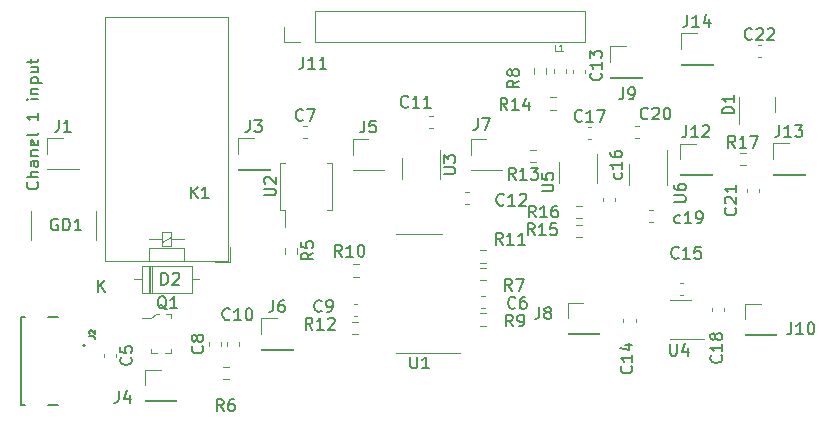
<source format=gto>
%TF.GenerationSoftware,KiCad,Pcbnew,(6.0.7)*%
%TF.CreationDate,2023-02-28T16:34:10-05:00*%
%TF.ProjectId,Front_EndDesign3,46726f6e-745f-4456-9e64-44657369676e,rev?*%
%TF.SameCoordinates,Original*%
%TF.FileFunction,Legend,Top*%
%TF.FilePolarity,Positive*%
%FSLAX46Y46*%
G04 Gerber Fmt 4.6, Leading zero omitted, Abs format (unit mm)*
G04 Created by KiCad (PCBNEW (6.0.7)) date 2023-02-28 16:34:10*
%MOMM*%
%LPD*%
G01*
G04 APERTURE LIST*
%ADD10C,0.150000*%
%ADD11C,0.125000*%
%ADD12C,0.128120*%
%ADD13C,0.120000*%
%ADD14C,0.100000*%
%ADD15C,0.127000*%
%ADD16C,0.200000*%
G04 APERTURE END LIST*
D10*
%TO.C,C12*%
X96757142Y-79257142D02*
X96709523Y-79304761D01*
X96566666Y-79352380D01*
X96471428Y-79352380D01*
X96328571Y-79304761D01*
X96233333Y-79209523D01*
X96185714Y-79114285D01*
X96138095Y-78923809D01*
X96138095Y-78780952D01*
X96185714Y-78590476D01*
X96233333Y-78495238D01*
X96328571Y-78400000D01*
X96471428Y-78352380D01*
X96566666Y-78352380D01*
X96709523Y-78400000D01*
X96757142Y-78447619D01*
X97709523Y-79352380D02*
X97138095Y-79352380D01*
X97423809Y-79352380D02*
X97423809Y-78352380D01*
X97328571Y-78495238D01*
X97233333Y-78590476D01*
X97138095Y-78638095D01*
X98090476Y-78447619D02*
X98138095Y-78400000D01*
X98233333Y-78352380D01*
X98471428Y-78352380D01*
X98566666Y-78400000D01*
X98614285Y-78447619D01*
X98661904Y-78542857D01*
X98661904Y-78638095D01*
X98614285Y-78780952D01*
X98042857Y-79352380D01*
X98661904Y-79352380D01*
%TO.C,U2*%
X76462380Y-78485904D02*
X77271904Y-78485904D01*
X77367142Y-78438285D01*
X77414761Y-78390666D01*
X77462380Y-78295428D01*
X77462380Y-78104952D01*
X77414761Y-78009714D01*
X77367142Y-77962095D01*
X77271904Y-77914476D01*
X76462380Y-77914476D01*
X76557619Y-77485904D02*
X76510000Y-77438285D01*
X76462380Y-77343047D01*
X76462380Y-77104952D01*
X76510000Y-77009714D01*
X76557619Y-76962095D01*
X76652857Y-76914476D01*
X76748095Y-76914476D01*
X76890952Y-76962095D01*
X77462380Y-77533523D01*
X77462380Y-76914476D01*
%TO.C,R7*%
X97433333Y-86552380D02*
X97100000Y-86076190D01*
X96861904Y-86552380D02*
X96861904Y-85552380D01*
X97242857Y-85552380D01*
X97338095Y-85600000D01*
X97385714Y-85647619D01*
X97433333Y-85742857D01*
X97433333Y-85885714D01*
X97385714Y-85980952D01*
X97338095Y-86028571D01*
X97242857Y-86076190D01*
X96861904Y-86076190D01*
X97766666Y-85552380D02*
X98433333Y-85552380D01*
X98004761Y-86552380D01*
%TO.C,C10*%
X73557142Y-88957142D02*
X73509523Y-89004761D01*
X73366666Y-89052380D01*
X73271428Y-89052380D01*
X73128571Y-89004761D01*
X73033333Y-88909523D01*
X72985714Y-88814285D01*
X72938095Y-88623809D01*
X72938095Y-88480952D01*
X72985714Y-88290476D01*
X73033333Y-88195238D01*
X73128571Y-88100000D01*
X73271428Y-88052380D01*
X73366666Y-88052380D01*
X73509523Y-88100000D01*
X73557142Y-88147619D01*
X74509523Y-89052380D02*
X73938095Y-89052380D01*
X74223809Y-89052380D02*
X74223809Y-88052380D01*
X74128571Y-88195238D01*
X74033333Y-88290476D01*
X73938095Y-88338095D01*
X75128571Y-88052380D02*
X75223809Y-88052380D01*
X75319047Y-88100000D01*
X75366666Y-88147619D01*
X75414285Y-88242857D01*
X75461904Y-88433333D01*
X75461904Y-88671428D01*
X75414285Y-88861904D01*
X75366666Y-88957142D01*
X75319047Y-89004761D01*
X75223809Y-89052380D01*
X75128571Y-89052380D01*
X75033333Y-89004761D01*
X74985714Y-88957142D01*
X74938095Y-88861904D01*
X74890476Y-88671428D01*
X74890476Y-88433333D01*
X74938095Y-88242857D01*
X74985714Y-88147619D01*
X75033333Y-88100000D01*
X75128571Y-88052380D01*
%TO.C,J7*%
X94566666Y-71952380D02*
X94566666Y-72666666D01*
X94519047Y-72809523D01*
X94423809Y-72904761D01*
X94280952Y-72952380D01*
X94185714Y-72952380D01*
X94947619Y-71952380D02*
X95614285Y-71952380D01*
X95185714Y-72952380D01*
%TO.C,R13*%
X97757142Y-77152380D02*
X97423809Y-76676190D01*
X97185714Y-77152380D02*
X97185714Y-76152380D01*
X97566666Y-76152380D01*
X97661904Y-76200000D01*
X97709523Y-76247619D01*
X97757142Y-76342857D01*
X97757142Y-76485714D01*
X97709523Y-76580952D01*
X97661904Y-76628571D01*
X97566666Y-76676190D01*
X97185714Y-76676190D01*
X98709523Y-77152380D02*
X98138095Y-77152380D01*
X98423809Y-77152380D02*
X98423809Y-76152380D01*
X98328571Y-76295238D01*
X98233333Y-76390476D01*
X98138095Y-76438095D01*
X99042857Y-76152380D02*
X99661904Y-76152380D01*
X99328571Y-76533333D01*
X99471428Y-76533333D01*
X99566666Y-76580952D01*
X99614285Y-76628571D01*
X99661904Y-76723809D01*
X99661904Y-76961904D01*
X99614285Y-77057142D01*
X99566666Y-77104761D01*
X99471428Y-77152380D01*
X99185714Y-77152380D01*
X99090476Y-77104761D01*
X99042857Y-77057142D01*
%TO.C,U6*%
X111152380Y-79061904D02*
X111961904Y-79061904D01*
X112057142Y-79014285D01*
X112104761Y-78966666D01*
X112152380Y-78871428D01*
X112152380Y-78680952D01*
X112104761Y-78585714D01*
X112057142Y-78538095D01*
X111961904Y-78490476D01*
X111152380Y-78490476D01*
X111152380Y-77585714D02*
X111152380Y-77776190D01*
X111200000Y-77871428D01*
X111247619Y-77919047D01*
X111390476Y-78014285D01*
X111580952Y-78061904D01*
X111961904Y-78061904D01*
X112057142Y-78014285D01*
X112104761Y-77966666D01*
X112152380Y-77871428D01*
X112152380Y-77680952D01*
X112104761Y-77585714D01*
X112057142Y-77538095D01*
X111961904Y-77490476D01*
X111723809Y-77490476D01*
X111628571Y-77538095D01*
X111580952Y-77585714D01*
X111533333Y-77680952D01*
X111533333Y-77871428D01*
X111580952Y-77966666D01*
X111628571Y-78014285D01*
X111723809Y-78061904D01*
%TO.C,C15*%
X111557142Y-83757142D02*
X111509523Y-83804761D01*
X111366666Y-83852380D01*
X111271428Y-83852380D01*
X111128571Y-83804761D01*
X111033333Y-83709523D01*
X110985714Y-83614285D01*
X110938095Y-83423809D01*
X110938095Y-83280952D01*
X110985714Y-83090476D01*
X111033333Y-82995238D01*
X111128571Y-82900000D01*
X111271428Y-82852380D01*
X111366666Y-82852380D01*
X111509523Y-82900000D01*
X111557142Y-82947619D01*
X112509523Y-83852380D02*
X111938095Y-83852380D01*
X112223809Y-83852380D02*
X112223809Y-82852380D01*
X112128571Y-82995238D01*
X112033333Y-83090476D01*
X111938095Y-83138095D01*
X113414285Y-82852380D02*
X112938095Y-82852380D01*
X112890476Y-83328571D01*
X112938095Y-83280952D01*
X113033333Y-83233333D01*
X113271428Y-83233333D01*
X113366666Y-83280952D01*
X113414285Y-83328571D01*
X113461904Y-83423809D01*
X113461904Y-83661904D01*
X113414285Y-83757142D01*
X113366666Y-83804761D01*
X113271428Y-83852380D01*
X113033333Y-83852380D01*
X112938095Y-83804761D01*
X112890476Y-83757142D01*
%TO.C,J4*%
X64166666Y-95052380D02*
X64166666Y-95766666D01*
X64119047Y-95909523D01*
X64023809Y-96004761D01*
X63880952Y-96052380D01*
X63785714Y-96052380D01*
X65071428Y-95385714D02*
X65071428Y-96052380D01*
X64833333Y-95004761D02*
X64595238Y-95719047D01*
X65214285Y-95719047D01*
%TO.C,GD1*%
X58985714Y-80500000D02*
X58890476Y-80452380D01*
X58747619Y-80452380D01*
X58604761Y-80500000D01*
X58509523Y-80595238D01*
X58461904Y-80690476D01*
X58414285Y-80880952D01*
X58414285Y-81023809D01*
X58461904Y-81214285D01*
X58509523Y-81309523D01*
X58604761Y-81404761D01*
X58747619Y-81452380D01*
X58842857Y-81452380D01*
X58985714Y-81404761D01*
X59033333Y-81357142D01*
X59033333Y-81023809D01*
X58842857Y-81023809D01*
X59461904Y-81452380D02*
X59461904Y-80452380D01*
X59700000Y-80452380D01*
X59842857Y-80500000D01*
X59938095Y-80595238D01*
X59985714Y-80690476D01*
X60033333Y-80880952D01*
X60033333Y-81023809D01*
X59985714Y-81214285D01*
X59938095Y-81309523D01*
X59842857Y-81404761D01*
X59700000Y-81452380D01*
X59461904Y-81452380D01*
X60985714Y-81452380D02*
X60414285Y-81452380D01*
X60700000Y-81452380D02*
X60700000Y-80452380D01*
X60604761Y-80595238D01*
X60509523Y-80690476D01*
X60414285Y-80738095D01*
%TO.C,J8*%
X99766666Y-87952380D02*
X99766666Y-88666666D01*
X99719047Y-88809523D01*
X99623809Y-88904761D01*
X99480952Y-88952380D01*
X99385714Y-88952380D01*
X100385714Y-88380952D02*
X100290476Y-88333333D01*
X100242857Y-88285714D01*
X100195238Y-88190476D01*
X100195238Y-88142857D01*
X100242857Y-88047619D01*
X100290476Y-88000000D01*
X100385714Y-87952380D01*
X100576190Y-87952380D01*
X100671428Y-88000000D01*
X100719047Y-88047619D01*
X100766666Y-88142857D01*
X100766666Y-88190476D01*
X100719047Y-88285714D01*
X100671428Y-88333333D01*
X100576190Y-88380952D01*
X100385714Y-88380952D01*
X100290476Y-88428571D01*
X100242857Y-88476190D01*
X100195238Y-88571428D01*
X100195238Y-88761904D01*
X100242857Y-88857142D01*
X100290476Y-88904761D01*
X100385714Y-88952380D01*
X100576190Y-88952380D01*
X100671428Y-88904761D01*
X100719047Y-88857142D01*
X100766666Y-88761904D01*
X100766666Y-88571428D01*
X100719047Y-88476190D01*
X100671428Y-88428571D01*
X100576190Y-88380952D01*
%TO.C,c16*%
X106704761Y-76614285D02*
X106752380Y-76709523D01*
X106752380Y-76900000D01*
X106704761Y-76995238D01*
X106657142Y-77042857D01*
X106561904Y-77090476D01*
X106276190Y-77090476D01*
X106180952Y-77042857D01*
X106133333Y-76995238D01*
X106085714Y-76900000D01*
X106085714Y-76709523D01*
X106133333Y-76614285D01*
X106752380Y-75661904D02*
X106752380Y-76233333D01*
X106752380Y-75947619D02*
X105752380Y-75947619D01*
X105895238Y-76042857D01*
X105990476Y-76138095D01*
X106038095Y-76233333D01*
X105752380Y-74804761D02*
X105752380Y-74995238D01*
X105800000Y-75090476D01*
X105847619Y-75138095D01*
X105990476Y-75233333D01*
X106180952Y-75280952D01*
X106561904Y-75280952D01*
X106657142Y-75233333D01*
X106704761Y-75185714D01*
X106752380Y-75090476D01*
X106752380Y-74900000D01*
X106704761Y-74804761D01*
X106657142Y-74757142D01*
X106561904Y-74709523D01*
X106323809Y-74709523D01*
X106228571Y-74757142D01*
X106180952Y-74804761D01*
X106133333Y-74900000D01*
X106133333Y-75090476D01*
X106180952Y-75185714D01*
X106228571Y-75233333D01*
X106323809Y-75280952D01*
%TO.C,R17*%
X116347642Y-74442380D02*
X116014309Y-73966190D01*
X115776214Y-74442380D02*
X115776214Y-73442380D01*
X116157166Y-73442380D01*
X116252404Y-73490000D01*
X116300023Y-73537619D01*
X116347642Y-73632857D01*
X116347642Y-73775714D01*
X116300023Y-73870952D01*
X116252404Y-73918571D01*
X116157166Y-73966190D01*
X115776214Y-73966190D01*
X117300023Y-74442380D02*
X116728595Y-74442380D01*
X117014309Y-74442380D02*
X117014309Y-73442380D01*
X116919071Y-73585238D01*
X116823833Y-73680476D01*
X116728595Y-73728095D01*
X117633357Y-73442380D02*
X118300023Y-73442380D01*
X117871452Y-74442380D01*
%TO.C,C7*%
X79742833Y-72079142D02*
X79695214Y-72126761D01*
X79552357Y-72174380D01*
X79457119Y-72174380D01*
X79314261Y-72126761D01*
X79219023Y-72031523D01*
X79171404Y-71936285D01*
X79123785Y-71745809D01*
X79123785Y-71602952D01*
X79171404Y-71412476D01*
X79219023Y-71317238D01*
X79314261Y-71222000D01*
X79457119Y-71174380D01*
X79552357Y-71174380D01*
X79695214Y-71222000D01*
X79742833Y-71269619D01*
X80076166Y-71174380D02*
X80742833Y-71174380D01*
X80314261Y-72174380D01*
%TO.C,R16*%
X99457142Y-80352380D02*
X99123809Y-79876190D01*
X98885714Y-80352380D02*
X98885714Y-79352380D01*
X99266666Y-79352380D01*
X99361904Y-79400000D01*
X99409523Y-79447619D01*
X99457142Y-79542857D01*
X99457142Y-79685714D01*
X99409523Y-79780952D01*
X99361904Y-79828571D01*
X99266666Y-79876190D01*
X98885714Y-79876190D01*
X100409523Y-80352380D02*
X99838095Y-80352380D01*
X100123809Y-80352380D02*
X100123809Y-79352380D01*
X100028571Y-79495238D01*
X99933333Y-79590476D01*
X99838095Y-79638095D01*
X101266666Y-79352380D02*
X101076190Y-79352380D01*
X100980952Y-79400000D01*
X100933333Y-79447619D01*
X100838095Y-79590476D01*
X100790476Y-79780952D01*
X100790476Y-80161904D01*
X100838095Y-80257142D01*
X100885714Y-80304761D01*
X100980952Y-80352380D01*
X101171428Y-80352380D01*
X101266666Y-80304761D01*
X101314285Y-80257142D01*
X101361904Y-80161904D01*
X101361904Y-79923809D01*
X101314285Y-79828571D01*
X101266666Y-79780952D01*
X101171428Y-79733333D01*
X100980952Y-79733333D01*
X100885714Y-79780952D01*
X100838095Y-79828571D01*
X100790476Y-79923809D01*
%TO.C,U4*%
X110838095Y-91052380D02*
X110838095Y-91861904D01*
X110885714Y-91957142D01*
X110933333Y-92004761D01*
X111028571Y-92052380D01*
X111219047Y-92052380D01*
X111314285Y-92004761D01*
X111361904Y-91957142D01*
X111409523Y-91861904D01*
X111409523Y-91052380D01*
X112314285Y-91385714D02*
X112314285Y-92052380D01*
X112076190Y-91004761D02*
X111838095Y-91719047D01*
X112457142Y-91719047D01*
%TO.C,C11*%
X88657142Y-70957142D02*
X88609523Y-71004761D01*
X88466666Y-71052380D01*
X88371428Y-71052380D01*
X88228571Y-71004761D01*
X88133333Y-70909523D01*
X88085714Y-70814285D01*
X88038095Y-70623809D01*
X88038095Y-70480952D01*
X88085714Y-70290476D01*
X88133333Y-70195238D01*
X88228571Y-70100000D01*
X88371428Y-70052380D01*
X88466666Y-70052380D01*
X88609523Y-70100000D01*
X88657142Y-70147619D01*
X89609523Y-71052380D02*
X89038095Y-71052380D01*
X89323809Y-71052380D02*
X89323809Y-70052380D01*
X89228571Y-70195238D01*
X89133333Y-70290476D01*
X89038095Y-70338095D01*
X90561904Y-71052380D02*
X89990476Y-71052380D01*
X90276190Y-71052380D02*
X90276190Y-70052380D01*
X90180952Y-70195238D01*
X90085714Y-70290476D01*
X89990476Y-70338095D01*
%TO.C,D1*%
X116252380Y-71538095D02*
X115252380Y-71538095D01*
X115252380Y-71300000D01*
X115300000Y-71157142D01*
X115395238Y-71061904D01*
X115490476Y-71014285D01*
X115680952Y-70966666D01*
X115823809Y-70966666D01*
X116014285Y-71014285D01*
X116109523Y-71061904D01*
X116204761Y-71157142D01*
X116252380Y-71300000D01*
X116252380Y-71538095D01*
X116252380Y-70014285D02*
X116252380Y-70585714D01*
X116252380Y-70300000D02*
X115252380Y-70300000D01*
X115395238Y-70395238D01*
X115490476Y-70490476D01*
X115538095Y-70585714D01*
%TO.C,K1*%
X70261904Y-78752380D02*
X70261904Y-77752380D01*
X70833333Y-78752380D02*
X70404761Y-78180952D01*
X70833333Y-77752380D02*
X70261904Y-78323809D01*
X71785714Y-78752380D02*
X71214285Y-78752380D01*
X71500000Y-78752380D02*
X71500000Y-77752380D01*
X71404761Y-77895238D01*
X71309523Y-77990476D01*
X71214285Y-78038095D01*
%TO.C,D2*%
X67761904Y-86052380D02*
X67761904Y-85052380D01*
X68000000Y-85052380D01*
X68142857Y-85100000D01*
X68238095Y-85195238D01*
X68285714Y-85290476D01*
X68333333Y-85480952D01*
X68333333Y-85623809D01*
X68285714Y-85814285D01*
X68238095Y-85909523D01*
X68142857Y-86004761D01*
X68000000Y-86052380D01*
X67761904Y-86052380D01*
X68714285Y-85147619D02*
X68761904Y-85100000D01*
X68857142Y-85052380D01*
X69095238Y-85052380D01*
X69190476Y-85100000D01*
X69238095Y-85147619D01*
X69285714Y-85242857D01*
X69285714Y-85338095D01*
X69238095Y-85480952D01*
X68666666Y-86052380D01*
X69285714Y-86052380D01*
X62438095Y-86652380D02*
X62438095Y-85652380D01*
X63009523Y-86652380D02*
X62580952Y-86080952D01*
X63009523Y-85652380D02*
X62438095Y-86223809D01*
%TO.C,C22*%
X117757142Y-65227142D02*
X117709523Y-65274761D01*
X117566666Y-65322380D01*
X117471428Y-65322380D01*
X117328571Y-65274761D01*
X117233333Y-65179523D01*
X117185714Y-65084285D01*
X117138095Y-64893809D01*
X117138095Y-64750952D01*
X117185714Y-64560476D01*
X117233333Y-64465238D01*
X117328571Y-64370000D01*
X117471428Y-64322380D01*
X117566666Y-64322380D01*
X117709523Y-64370000D01*
X117757142Y-64417619D01*
X118138095Y-64417619D02*
X118185714Y-64370000D01*
X118280952Y-64322380D01*
X118519047Y-64322380D01*
X118614285Y-64370000D01*
X118661904Y-64417619D01*
X118709523Y-64512857D01*
X118709523Y-64608095D01*
X118661904Y-64750952D01*
X118090476Y-65322380D01*
X118709523Y-65322380D01*
X119090476Y-64417619D02*
X119138095Y-64370000D01*
X119233333Y-64322380D01*
X119471428Y-64322380D01*
X119566666Y-64370000D01*
X119614285Y-64417619D01*
X119661904Y-64512857D01*
X119661904Y-64608095D01*
X119614285Y-64750952D01*
X119042857Y-65322380D01*
X119661904Y-65322380D01*
%TO.C,C14*%
X107557142Y-92942857D02*
X107604761Y-92990476D01*
X107652380Y-93133333D01*
X107652380Y-93228571D01*
X107604761Y-93371428D01*
X107509523Y-93466666D01*
X107414285Y-93514285D01*
X107223809Y-93561904D01*
X107080952Y-93561904D01*
X106890476Y-93514285D01*
X106795238Y-93466666D01*
X106700000Y-93371428D01*
X106652380Y-93228571D01*
X106652380Y-93133333D01*
X106700000Y-92990476D01*
X106747619Y-92942857D01*
X107652380Y-91990476D02*
X107652380Y-92561904D01*
X107652380Y-92276190D02*
X106652380Y-92276190D01*
X106795238Y-92371428D01*
X106890476Y-92466666D01*
X106938095Y-92561904D01*
X106985714Y-91133333D02*
X107652380Y-91133333D01*
X106604761Y-91371428D02*
X107319047Y-91609523D01*
X107319047Y-90990476D01*
%TO.C,C21*%
X116357142Y-79542857D02*
X116404761Y-79590476D01*
X116452380Y-79733333D01*
X116452380Y-79828571D01*
X116404761Y-79971428D01*
X116309523Y-80066666D01*
X116214285Y-80114285D01*
X116023809Y-80161904D01*
X115880952Y-80161904D01*
X115690476Y-80114285D01*
X115595238Y-80066666D01*
X115500000Y-79971428D01*
X115452380Y-79828571D01*
X115452380Y-79733333D01*
X115500000Y-79590476D01*
X115547619Y-79542857D01*
X115547619Y-79161904D02*
X115500000Y-79114285D01*
X115452380Y-79019047D01*
X115452380Y-78780952D01*
X115500000Y-78685714D01*
X115547619Y-78638095D01*
X115642857Y-78590476D01*
X115738095Y-78590476D01*
X115880952Y-78638095D01*
X116452380Y-79209523D01*
X116452380Y-78590476D01*
X116452380Y-77638095D02*
X116452380Y-78209523D01*
X116452380Y-77923809D02*
X115452380Y-77923809D01*
X115595238Y-78019047D01*
X115690476Y-78114285D01*
X115738095Y-78209523D01*
%TO.C,C18*%
X115157142Y-92042857D02*
X115204761Y-92090476D01*
X115252380Y-92233333D01*
X115252380Y-92328571D01*
X115204761Y-92471428D01*
X115109523Y-92566666D01*
X115014285Y-92614285D01*
X114823809Y-92661904D01*
X114680952Y-92661904D01*
X114490476Y-92614285D01*
X114395238Y-92566666D01*
X114300000Y-92471428D01*
X114252380Y-92328571D01*
X114252380Y-92233333D01*
X114300000Y-92090476D01*
X114347619Y-92042857D01*
X115252380Y-91090476D02*
X115252380Y-91661904D01*
X115252380Y-91376190D02*
X114252380Y-91376190D01*
X114395238Y-91471428D01*
X114490476Y-91566666D01*
X114538095Y-91661904D01*
X114680952Y-90519047D02*
X114633333Y-90614285D01*
X114585714Y-90661904D01*
X114490476Y-90709523D01*
X114442857Y-90709523D01*
X114347619Y-90661904D01*
X114300000Y-90614285D01*
X114252380Y-90519047D01*
X114252380Y-90328571D01*
X114300000Y-90233333D01*
X114347619Y-90185714D01*
X114442857Y-90138095D01*
X114490476Y-90138095D01*
X114585714Y-90185714D01*
X114633333Y-90233333D01*
X114680952Y-90328571D01*
X114680952Y-90519047D01*
X114728571Y-90614285D01*
X114776190Y-90661904D01*
X114871428Y-90709523D01*
X115061904Y-90709523D01*
X115157142Y-90661904D01*
X115204761Y-90614285D01*
X115252380Y-90519047D01*
X115252380Y-90328571D01*
X115204761Y-90233333D01*
X115157142Y-90185714D01*
X115061904Y-90138095D01*
X114871428Y-90138095D01*
X114776190Y-90185714D01*
X114728571Y-90233333D01*
X114680952Y-90328571D01*
%TO.C,C5*%
X65184142Y-92212666D02*
X65231761Y-92260285D01*
X65279380Y-92403142D01*
X65279380Y-92498380D01*
X65231761Y-92641238D01*
X65136523Y-92736476D01*
X65041285Y-92784095D01*
X64850809Y-92831714D01*
X64707952Y-92831714D01*
X64517476Y-92784095D01*
X64422238Y-92736476D01*
X64327000Y-92641238D01*
X64279380Y-92498380D01*
X64279380Y-92403142D01*
X64327000Y-92260285D01*
X64374619Y-92212666D01*
X64279380Y-91307904D02*
X64279380Y-91784095D01*
X64755571Y-91831714D01*
X64707952Y-91784095D01*
X64660333Y-91688857D01*
X64660333Y-91450761D01*
X64707952Y-91355523D01*
X64755571Y-91307904D01*
X64850809Y-91260285D01*
X65088904Y-91260285D01*
X65184142Y-91307904D01*
X65231761Y-91355523D01*
X65279380Y-91450761D01*
X65279380Y-91688857D01*
X65231761Y-91784095D01*
X65184142Y-91831714D01*
%TO.C,C13*%
X104957142Y-68142857D02*
X105004761Y-68190476D01*
X105052380Y-68333333D01*
X105052380Y-68428571D01*
X105004761Y-68571428D01*
X104909523Y-68666666D01*
X104814285Y-68714285D01*
X104623809Y-68761904D01*
X104480952Y-68761904D01*
X104290476Y-68714285D01*
X104195238Y-68666666D01*
X104100000Y-68571428D01*
X104052380Y-68428571D01*
X104052380Y-68333333D01*
X104100000Y-68190476D01*
X104147619Y-68142857D01*
X105052380Y-67190476D02*
X105052380Y-67761904D01*
X105052380Y-67476190D02*
X104052380Y-67476190D01*
X104195238Y-67571428D01*
X104290476Y-67666666D01*
X104338095Y-67761904D01*
X104052380Y-66857142D02*
X104052380Y-66238095D01*
X104433333Y-66571428D01*
X104433333Y-66428571D01*
X104480952Y-66333333D01*
X104528571Y-66285714D01*
X104623809Y-66238095D01*
X104861904Y-66238095D01*
X104957142Y-66285714D01*
X105004761Y-66333333D01*
X105052380Y-66428571D01*
X105052380Y-66714285D01*
X105004761Y-66809523D01*
X104957142Y-66857142D01*
%TO.C,R6*%
X73033333Y-96752380D02*
X72700000Y-96276190D01*
X72461904Y-96752380D02*
X72461904Y-95752380D01*
X72842857Y-95752380D01*
X72938095Y-95800000D01*
X72985714Y-95847619D01*
X73033333Y-95942857D01*
X73033333Y-96085714D01*
X72985714Y-96180952D01*
X72938095Y-96228571D01*
X72842857Y-96276190D01*
X72461904Y-96276190D01*
X73890476Y-95752380D02*
X73700000Y-95752380D01*
X73604761Y-95800000D01*
X73557142Y-95847619D01*
X73461904Y-95990476D01*
X73414285Y-96180952D01*
X73414285Y-96561904D01*
X73461904Y-96657142D01*
X73509523Y-96704761D01*
X73604761Y-96752380D01*
X73795238Y-96752380D01*
X73890476Y-96704761D01*
X73938095Y-96657142D01*
X73985714Y-96561904D01*
X73985714Y-96323809D01*
X73938095Y-96228571D01*
X73890476Y-96180952D01*
X73795238Y-96133333D01*
X73604761Y-96133333D01*
X73509523Y-96180952D01*
X73461904Y-96228571D01*
X73414285Y-96323809D01*
%TO.C,J12*%
X112220476Y-72560380D02*
X112220476Y-73274666D01*
X112172857Y-73417523D01*
X112077619Y-73512761D01*
X111934761Y-73560380D01*
X111839523Y-73560380D01*
X113220476Y-73560380D02*
X112649047Y-73560380D01*
X112934761Y-73560380D02*
X112934761Y-72560380D01*
X112839523Y-72703238D01*
X112744285Y-72798476D01*
X112649047Y-72846095D01*
X113601428Y-72655619D02*
X113649047Y-72608000D01*
X113744285Y-72560380D01*
X113982380Y-72560380D01*
X114077619Y-72608000D01*
X114125238Y-72655619D01*
X114172857Y-72750857D01*
X114172857Y-72846095D01*
X114125238Y-72988952D01*
X113553809Y-73560380D01*
X114172857Y-73560380D01*
%TO.C,R8*%
X98052380Y-68766666D02*
X97576190Y-69100000D01*
X98052380Y-69338095D02*
X97052380Y-69338095D01*
X97052380Y-68957142D01*
X97100000Y-68861904D01*
X97147619Y-68814285D01*
X97242857Y-68766666D01*
X97385714Y-68766666D01*
X97480952Y-68814285D01*
X97528571Y-68861904D01*
X97576190Y-68957142D01*
X97576190Y-69338095D01*
X97480952Y-68195238D02*
X97433333Y-68290476D01*
X97385714Y-68338095D01*
X97290476Y-68385714D01*
X97242857Y-68385714D01*
X97147619Y-68338095D01*
X97100000Y-68290476D01*
X97052380Y-68195238D01*
X97052380Y-68004761D01*
X97100000Y-67909523D01*
X97147619Y-67861904D01*
X97242857Y-67814285D01*
X97290476Y-67814285D01*
X97385714Y-67861904D01*
X97433333Y-67909523D01*
X97480952Y-68004761D01*
X97480952Y-68195238D01*
X97528571Y-68290476D01*
X97576190Y-68338095D01*
X97671428Y-68385714D01*
X97861904Y-68385714D01*
X97957142Y-68338095D01*
X98004761Y-68290476D01*
X98052380Y-68195238D01*
X98052380Y-68004761D01*
X98004761Y-67909523D01*
X97957142Y-67861904D01*
X97861904Y-67814285D01*
X97671428Y-67814285D01*
X97576190Y-67861904D01*
X97528571Y-67909523D01*
X97480952Y-68004761D01*
%TO.C,U5*%
X99952380Y-78161904D02*
X100761904Y-78161904D01*
X100857142Y-78114285D01*
X100904761Y-78066666D01*
X100952380Y-77971428D01*
X100952380Y-77780952D01*
X100904761Y-77685714D01*
X100857142Y-77638095D01*
X100761904Y-77590476D01*
X99952380Y-77590476D01*
X99952380Y-76638095D02*
X99952380Y-77114285D01*
X100428571Y-77161904D01*
X100380952Y-77114285D01*
X100333333Y-77019047D01*
X100333333Y-76780952D01*
X100380952Y-76685714D01*
X100428571Y-76638095D01*
X100523809Y-76590476D01*
X100761904Y-76590476D01*
X100857142Y-76638095D01*
X100904761Y-76685714D01*
X100952380Y-76780952D01*
X100952380Y-77019047D01*
X100904761Y-77114285D01*
X100857142Y-77161904D01*
D11*
%TO.C,L1*%
X101316666Y-66226190D02*
X101078571Y-66226190D01*
X101078571Y-65726190D01*
X101745238Y-66226190D02*
X101459523Y-66226190D01*
X101602380Y-66226190D02*
X101602380Y-65726190D01*
X101554761Y-65797619D01*
X101507142Y-65845238D01*
X101459523Y-65869047D01*
D10*
%TO.C,R15*%
X99357142Y-81852380D02*
X99023809Y-81376190D01*
X98785714Y-81852380D02*
X98785714Y-80852380D01*
X99166666Y-80852380D01*
X99261904Y-80900000D01*
X99309523Y-80947619D01*
X99357142Y-81042857D01*
X99357142Y-81185714D01*
X99309523Y-81280952D01*
X99261904Y-81328571D01*
X99166666Y-81376190D01*
X98785714Y-81376190D01*
X100309523Y-81852380D02*
X99738095Y-81852380D01*
X100023809Y-81852380D02*
X100023809Y-80852380D01*
X99928571Y-80995238D01*
X99833333Y-81090476D01*
X99738095Y-81138095D01*
X101214285Y-80852380D02*
X100738095Y-80852380D01*
X100690476Y-81328571D01*
X100738095Y-81280952D01*
X100833333Y-81233333D01*
X101071428Y-81233333D01*
X101166666Y-81280952D01*
X101214285Y-81328571D01*
X101261904Y-81423809D01*
X101261904Y-81661904D01*
X101214285Y-81757142D01*
X101166666Y-81804761D01*
X101071428Y-81852380D01*
X100833333Y-81852380D01*
X100738095Y-81804761D01*
X100690476Y-81757142D01*
%TO.C,R12*%
X80557142Y-89852380D02*
X80223809Y-89376190D01*
X79985714Y-89852380D02*
X79985714Y-88852380D01*
X80366666Y-88852380D01*
X80461904Y-88900000D01*
X80509523Y-88947619D01*
X80557142Y-89042857D01*
X80557142Y-89185714D01*
X80509523Y-89280952D01*
X80461904Y-89328571D01*
X80366666Y-89376190D01*
X79985714Y-89376190D01*
X81509523Y-89852380D02*
X80938095Y-89852380D01*
X81223809Y-89852380D02*
X81223809Y-88852380D01*
X81128571Y-88995238D01*
X81033333Y-89090476D01*
X80938095Y-89138095D01*
X81890476Y-88947619D02*
X81938095Y-88900000D01*
X82033333Y-88852380D01*
X82271428Y-88852380D01*
X82366666Y-88900000D01*
X82414285Y-88947619D01*
X82461904Y-89042857D01*
X82461904Y-89138095D01*
X82414285Y-89280952D01*
X81842857Y-89852380D01*
X82461904Y-89852380D01*
%TO.C,Q1*%
X68204761Y-88147619D02*
X68109523Y-88100000D01*
X68014285Y-88004761D01*
X67871428Y-87861904D01*
X67776190Y-87814285D01*
X67680952Y-87814285D01*
X67728571Y-88052380D02*
X67633333Y-88004761D01*
X67538095Y-87909523D01*
X67490476Y-87719047D01*
X67490476Y-87385714D01*
X67538095Y-87195238D01*
X67633333Y-87100000D01*
X67728571Y-87052380D01*
X67919047Y-87052380D01*
X68014285Y-87100000D01*
X68109523Y-87195238D01*
X68157142Y-87385714D01*
X68157142Y-87719047D01*
X68109523Y-87909523D01*
X68014285Y-88004761D01*
X67919047Y-88052380D01*
X67728571Y-88052380D01*
X69109523Y-88052380D02*
X68538095Y-88052380D01*
X68823809Y-88052380D02*
X68823809Y-87052380D01*
X68728571Y-87195238D01*
X68633333Y-87290476D01*
X68538095Y-87338095D01*
%TO.C,R14*%
X97057142Y-71252380D02*
X96723809Y-70776190D01*
X96485714Y-71252380D02*
X96485714Y-70252380D01*
X96866666Y-70252380D01*
X96961904Y-70300000D01*
X97009523Y-70347619D01*
X97057142Y-70442857D01*
X97057142Y-70585714D01*
X97009523Y-70680952D01*
X96961904Y-70728571D01*
X96866666Y-70776190D01*
X96485714Y-70776190D01*
X98009523Y-71252380D02*
X97438095Y-71252380D01*
X97723809Y-71252380D02*
X97723809Y-70252380D01*
X97628571Y-70395238D01*
X97533333Y-70490476D01*
X97438095Y-70538095D01*
X98866666Y-70585714D02*
X98866666Y-71252380D01*
X98628571Y-70204761D02*
X98390476Y-70919047D01*
X99009523Y-70919047D01*
%TO.C,R5*%
X80622380Y-83328166D02*
X80146190Y-83661500D01*
X80622380Y-83899595D02*
X79622380Y-83899595D01*
X79622380Y-83518642D01*
X79670000Y-83423404D01*
X79717619Y-83375785D01*
X79812857Y-83328166D01*
X79955714Y-83328166D01*
X80050952Y-83375785D01*
X80098571Y-83423404D01*
X80146190Y-83518642D01*
X80146190Y-83899595D01*
X79622380Y-82423404D02*
X79622380Y-82899595D01*
X80098571Y-82947214D01*
X80050952Y-82899595D01*
X80003333Y-82804357D01*
X80003333Y-82566261D01*
X80050952Y-82471023D01*
X80098571Y-82423404D01*
X80193809Y-82375785D01*
X80431904Y-82375785D01*
X80527142Y-82423404D01*
X80574761Y-82471023D01*
X80622380Y-82566261D01*
X80622380Y-82804357D01*
X80574761Y-82899595D01*
X80527142Y-82947214D01*
%TO.C,J3*%
X75266666Y-72122380D02*
X75266666Y-72836666D01*
X75219047Y-72979523D01*
X75123809Y-73074761D01*
X74980952Y-73122380D01*
X74885714Y-73122380D01*
X75647619Y-72122380D02*
X76266666Y-72122380D01*
X75933333Y-72503333D01*
X76076190Y-72503333D01*
X76171428Y-72550952D01*
X76219047Y-72598571D01*
X76266666Y-72693809D01*
X76266666Y-72931904D01*
X76219047Y-73027142D01*
X76171428Y-73074761D01*
X76076190Y-73122380D01*
X75790476Y-73122380D01*
X75695238Y-73074761D01*
X75647619Y-73027142D01*
D12*
%TO.C,J2*%
X61648391Y-90421898D02*
X62014448Y-90421898D01*
X62087659Y-90446302D01*
X62136467Y-90495110D01*
X62160871Y-90568321D01*
X62160871Y-90617129D01*
X61697198Y-90202264D02*
X61672795Y-90177860D01*
X61648391Y-90129052D01*
X61648391Y-90007033D01*
X61672795Y-89958226D01*
X61697198Y-89933822D01*
X61746006Y-89909418D01*
X61794814Y-89909418D01*
X61868025Y-89933822D01*
X62160871Y-90226668D01*
X62160871Y-89909418D01*
D10*
%TO.C,c19*%
X111685714Y-80804761D02*
X111590476Y-80852380D01*
X111400000Y-80852380D01*
X111304761Y-80804761D01*
X111257142Y-80757142D01*
X111209523Y-80661904D01*
X111209523Y-80376190D01*
X111257142Y-80280952D01*
X111304761Y-80233333D01*
X111400000Y-80185714D01*
X111590476Y-80185714D01*
X111685714Y-80233333D01*
X112638095Y-80852380D02*
X112066666Y-80852380D01*
X112352380Y-80852380D02*
X112352380Y-79852380D01*
X112257142Y-79995238D01*
X112161904Y-80090476D01*
X112066666Y-80138095D01*
X113114285Y-80852380D02*
X113304761Y-80852380D01*
X113400000Y-80804761D01*
X113447619Y-80757142D01*
X113542857Y-80614285D01*
X113590476Y-80423809D01*
X113590476Y-80042857D01*
X113542857Y-79947619D01*
X113495238Y-79900000D01*
X113400000Y-79852380D01*
X113209523Y-79852380D01*
X113114285Y-79900000D01*
X113066666Y-79947619D01*
X113019047Y-80042857D01*
X113019047Y-80280952D01*
X113066666Y-80376190D01*
X113114285Y-80423809D01*
X113209523Y-80471428D01*
X113400000Y-80471428D01*
X113495238Y-80423809D01*
X113542857Y-80376190D01*
X113590476Y-80280952D01*
%TO.C,R10*%
X83057142Y-83681380D02*
X82723809Y-83205190D01*
X82485714Y-83681380D02*
X82485714Y-82681380D01*
X82866666Y-82681380D01*
X82961904Y-82729000D01*
X83009523Y-82776619D01*
X83057142Y-82871857D01*
X83057142Y-83014714D01*
X83009523Y-83109952D01*
X82961904Y-83157571D01*
X82866666Y-83205190D01*
X82485714Y-83205190D01*
X84009523Y-83681380D02*
X83438095Y-83681380D01*
X83723809Y-83681380D02*
X83723809Y-82681380D01*
X83628571Y-82824238D01*
X83533333Y-82919476D01*
X83438095Y-82967095D01*
X84628571Y-82681380D02*
X84723809Y-82681380D01*
X84819047Y-82729000D01*
X84866666Y-82776619D01*
X84914285Y-82871857D01*
X84961904Y-83062333D01*
X84961904Y-83300428D01*
X84914285Y-83490904D01*
X84866666Y-83586142D01*
X84819047Y-83633761D01*
X84723809Y-83681380D01*
X84628571Y-83681380D01*
X84533333Y-83633761D01*
X84485714Y-83586142D01*
X84438095Y-83490904D01*
X84390476Y-83300428D01*
X84390476Y-83062333D01*
X84438095Y-82871857D01*
X84485714Y-82776619D01*
X84533333Y-82729000D01*
X84628571Y-82681380D01*
%TO.C,C8*%
X71224142Y-91252666D02*
X71271761Y-91300285D01*
X71319380Y-91443142D01*
X71319380Y-91538380D01*
X71271761Y-91681238D01*
X71176523Y-91776476D01*
X71081285Y-91824095D01*
X70890809Y-91871714D01*
X70747952Y-91871714D01*
X70557476Y-91824095D01*
X70462238Y-91776476D01*
X70367000Y-91681238D01*
X70319380Y-91538380D01*
X70319380Y-91443142D01*
X70367000Y-91300285D01*
X70414619Y-91252666D01*
X70747952Y-90681238D02*
X70700333Y-90776476D01*
X70652714Y-90824095D01*
X70557476Y-90871714D01*
X70509857Y-90871714D01*
X70414619Y-90824095D01*
X70367000Y-90776476D01*
X70319380Y-90681238D01*
X70319380Y-90490761D01*
X70367000Y-90395523D01*
X70414619Y-90347904D01*
X70509857Y-90300285D01*
X70557476Y-90300285D01*
X70652714Y-90347904D01*
X70700333Y-90395523D01*
X70747952Y-90490761D01*
X70747952Y-90681238D01*
X70795571Y-90776476D01*
X70843190Y-90824095D01*
X70938428Y-90871714D01*
X71128904Y-90871714D01*
X71224142Y-90824095D01*
X71271761Y-90776476D01*
X71319380Y-90681238D01*
X71319380Y-90490761D01*
X71271761Y-90395523D01*
X71224142Y-90347904D01*
X71128904Y-90300285D01*
X70938428Y-90300285D01*
X70843190Y-90347904D01*
X70795571Y-90395523D01*
X70747952Y-90490761D01*
%TO.C,U3*%
X91652380Y-76661904D02*
X92461904Y-76661904D01*
X92557142Y-76614285D01*
X92604761Y-76566666D01*
X92652380Y-76471428D01*
X92652380Y-76280952D01*
X92604761Y-76185714D01*
X92557142Y-76138095D01*
X92461904Y-76090476D01*
X91652380Y-76090476D01*
X91652380Y-75709523D02*
X91652380Y-75090476D01*
X92033333Y-75423809D01*
X92033333Y-75280952D01*
X92080952Y-75185714D01*
X92128571Y-75138095D01*
X92223809Y-75090476D01*
X92461904Y-75090476D01*
X92557142Y-75138095D01*
X92604761Y-75185714D01*
X92652380Y-75280952D01*
X92652380Y-75566666D01*
X92604761Y-75661904D01*
X92557142Y-75709523D01*
%TO.C,J5*%
X84946666Y-72162380D02*
X84946666Y-72876666D01*
X84899047Y-73019523D01*
X84803809Y-73114761D01*
X84660952Y-73162380D01*
X84565714Y-73162380D01*
X85899047Y-72162380D02*
X85422857Y-72162380D01*
X85375238Y-72638571D01*
X85422857Y-72590952D01*
X85518095Y-72543333D01*
X85756190Y-72543333D01*
X85851428Y-72590952D01*
X85899047Y-72638571D01*
X85946666Y-72733809D01*
X85946666Y-72971904D01*
X85899047Y-73067142D01*
X85851428Y-73114761D01*
X85756190Y-73162380D01*
X85518095Y-73162380D01*
X85422857Y-73114761D01*
X85375238Y-73067142D01*
%TO.C,J1*%
X59102666Y-72092380D02*
X59102666Y-72806666D01*
X59055047Y-72949523D01*
X58959809Y-73044761D01*
X58816952Y-73092380D01*
X58721714Y-73092380D01*
X60102666Y-73092380D02*
X59531238Y-73092380D01*
X59816952Y-73092380D02*
X59816952Y-72092380D01*
X59721714Y-72235238D01*
X59626476Y-72330476D01*
X59531238Y-72378095D01*
X57257142Y-77357142D02*
X57304761Y-77404761D01*
X57352380Y-77547619D01*
X57352380Y-77642857D01*
X57304761Y-77785714D01*
X57209523Y-77880952D01*
X57114285Y-77928571D01*
X56923809Y-77976190D01*
X56780952Y-77976190D01*
X56590476Y-77928571D01*
X56495238Y-77880952D01*
X56400000Y-77785714D01*
X56352380Y-77642857D01*
X56352380Y-77547619D01*
X56400000Y-77404761D01*
X56447619Y-77357142D01*
X57352380Y-76928571D02*
X56352380Y-76928571D01*
X57352380Y-76500000D02*
X56828571Y-76500000D01*
X56733333Y-76547619D01*
X56685714Y-76642857D01*
X56685714Y-76785714D01*
X56733333Y-76880952D01*
X56780952Y-76928571D01*
X57352380Y-75595238D02*
X56828571Y-75595238D01*
X56733333Y-75642857D01*
X56685714Y-75738095D01*
X56685714Y-75928571D01*
X56733333Y-76023809D01*
X57304761Y-75595238D02*
X57352380Y-75690476D01*
X57352380Y-75928571D01*
X57304761Y-76023809D01*
X57209523Y-76071428D01*
X57114285Y-76071428D01*
X57019047Y-76023809D01*
X56971428Y-75928571D01*
X56971428Y-75690476D01*
X56923809Y-75595238D01*
X56685714Y-75119047D02*
X57352380Y-75119047D01*
X56780952Y-75119047D02*
X56733333Y-75071428D01*
X56685714Y-74976190D01*
X56685714Y-74833333D01*
X56733333Y-74738095D01*
X56828571Y-74690476D01*
X57352380Y-74690476D01*
X57304761Y-73833333D02*
X57352380Y-73928571D01*
X57352380Y-74119047D01*
X57304761Y-74214285D01*
X57209523Y-74261904D01*
X56828571Y-74261904D01*
X56733333Y-74214285D01*
X56685714Y-74119047D01*
X56685714Y-73928571D01*
X56733333Y-73833333D01*
X56828571Y-73785714D01*
X56923809Y-73785714D01*
X57019047Y-74261904D01*
X57352380Y-73214285D02*
X57304761Y-73309523D01*
X57209523Y-73357142D01*
X56352380Y-73357142D01*
X57352380Y-71547619D02*
X57352380Y-72119047D01*
X57352380Y-71833333D02*
X56352380Y-71833333D01*
X56495238Y-71928571D01*
X56590476Y-72023809D01*
X56638095Y-72119047D01*
X57352380Y-70357142D02*
X56685714Y-70357142D01*
X56352380Y-70357142D02*
X56400000Y-70404761D01*
X56447619Y-70357142D01*
X56400000Y-70309523D01*
X56352380Y-70357142D01*
X56447619Y-70357142D01*
X56685714Y-69880952D02*
X57352380Y-69880952D01*
X56780952Y-69880952D02*
X56733333Y-69833333D01*
X56685714Y-69738095D01*
X56685714Y-69595238D01*
X56733333Y-69500000D01*
X56828571Y-69452380D01*
X57352380Y-69452380D01*
X56685714Y-68976190D02*
X57685714Y-68976190D01*
X56733333Y-68976190D02*
X56685714Y-68880952D01*
X56685714Y-68690476D01*
X56733333Y-68595238D01*
X56780952Y-68547619D01*
X56876190Y-68500000D01*
X57161904Y-68500000D01*
X57257142Y-68547619D01*
X57304761Y-68595238D01*
X57352380Y-68690476D01*
X57352380Y-68880952D01*
X57304761Y-68976190D01*
X56685714Y-67642857D02*
X57352380Y-67642857D01*
X56685714Y-68071428D02*
X57209523Y-68071428D01*
X57304761Y-68023809D01*
X57352380Y-67928571D01*
X57352380Y-67785714D01*
X57304761Y-67690476D01*
X57257142Y-67642857D01*
X56685714Y-67309523D02*
X56685714Y-66928571D01*
X56352380Y-67166666D02*
X57209523Y-67166666D01*
X57304761Y-67119047D01*
X57352380Y-67023809D01*
X57352380Y-66928571D01*
%TO.C,C20*%
X108957142Y-71957142D02*
X108909523Y-72004761D01*
X108766666Y-72052380D01*
X108671428Y-72052380D01*
X108528571Y-72004761D01*
X108433333Y-71909523D01*
X108385714Y-71814285D01*
X108338095Y-71623809D01*
X108338095Y-71480952D01*
X108385714Y-71290476D01*
X108433333Y-71195238D01*
X108528571Y-71100000D01*
X108671428Y-71052380D01*
X108766666Y-71052380D01*
X108909523Y-71100000D01*
X108957142Y-71147619D01*
X109338095Y-71147619D02*
X109385714Y-71100000D01*
X109480952Y-71052380D01*
X109719047Y-71052380D01*
X109814285Y-71100000D01*
X109861904Y-71147619D01*
X109909523Y-71242857D01*
X109909523Y-71338095D01*
X109861904Y-71480952D01*
X109290476Y-72052380D01*
X109909523Y-72052380D01*
X110528571Y-71052380D02*
X110623809Y-71052380D01*
X110719047Y-71100000D01*
X110766666Y-71147619D01*
X110814285Y-71242857D01*
X110861904Y-71433333D01*
X110861904Y-71671428D01*
X110814285Y-71861904D01*
X110766666Y-71957142D01*
X110719047Y-72004761D01*
X110623809Y-72052380D01*
X110528571Y-72052380D01*
X110433333Y-72004761D01*
X110385714Y-71957142D01*
X110338095Y-71861904D01*
X110290476Y-71671428D01*
X110290476Y-71433333D01*
X110338095Y-71242857D01*
X110385714Y-71147619D01*
X110433333Y-71100000D01*
X110528571Y-71052380D01*
%TO.C,J11*%
X79790476Y-66752380D02*
X79790476Y-67466666D01*
X79742857Y-67609523D01*
X79647619Y-67704761D01*
X79504761Y-67752380D01*
X79409523Y-67752380D01*
X80790476Y-67752380D02*
X80219047Y-67752380D01*
X80504761Y-67752380D02*
X80504761Y-66752380D01*
X80409523Y-66895238D01*
X80314285Y-66990476D01*
X80219047Y-67038095D01*
X81742857Y-67752380D02*
X81171428Y-67752380D01*
X81457142Y-67752380D02*
X81457142Y-66752380D01*
X81361904Y-66895238D01*
X81266666Y-66990476D01*
X81171428Y-67038095D01*
%TO.C,J10*%
X121090476Y-89252380D02*
X121090476Y-89966666D01*
X121042857Y-90109523D01*
X120947619Y-90204761D01*
X120804761Y-90252380D01*
X120709523Y-90252380D01*
X122090476Y-90252380D02*
X121519047Y-90252380D01*
X121804761Y-90252380D02*
X121804761Y-89252380D01*
X121709523Y-89395238D01*
X121614285Y-89490476D01*
X121519047Y-89538095D01*
X122709523Y-89252380D02*
X122804761Y-89252380D01*
X122900000Y-89300000D01*
X122947619Y-89347619D01*
X122995238Y-89442857D01*
X123042857Y-89633333D01*
X123042857Y-89871428D01*
X122995238Y-90061904D01*
X122947619Y-90157142D01*
X122900000Y-90204761D01*
X122804761Y-90252380D01*
X122709523Y-90252380D01*
X122614285Y-90204761D01*
X122566666Y-90157142D01*
X122519047Y-90061904D01*
X122471428Y-89871428D01*
X122471428Y-89633333D01*
X122519047Y-89442857D01*
X122566666Y-89347619D01*
X122614285Y-89300000D01*
X122709523Y-89252380D01*
%TO.C,R11*%
X96657142Y-82652380D02*
X96323809Y-82176190D01*
X96085714Y-82652380D02*
X96085714Y-81652380D01*
X96466666Y-81652380D01*
X96561904Y-81700000D01*
X96609523Y-81747619D01*
X96657142Y-81842857D01*
X96657142Y-81985714D01*
X96609523Y-82080952D01*
X96561904Y-82128571D01*
X96466666Y-82176190D01*
X96085714Y-82176190D01*
X97609523Y-82652380D02*
X97038095Y-82652380D01*
X97323809Y-82652380D02*
X97323809Y-81652380D01*
X97228571Y-81795238D01*
X97133333Y-81890476D01*
X97038095Y-81938095D01*
X98561904Y-82652380D02*
X97990476Y-82652380D01*
X98276190Y-82652380D02*
X98276190Y-81652380D01*
X98180952Y-81795238D01*
X98085714Y-81890476D01*
X97990476Y-81938095D01*
%TO.C,C6*%
X97733333Y-87986142D02*
X97685714Y-88033761D01*
X97542857Y-88081380D01*
X97447619Y-88081380D01*
X97304761Y-88033761D01*
X97209523Y-87938523D01*
X97161904Y-87843285D01*
X97114285Y-87652809D01*
X97114285Y-87509952D01*
X97161904Y-87319476D01*
X97209523Y-87224238D01*
X97304761Y-87129000D01*
X97447619Y-87081380D01*
X97542857Y-87081380D01*
X97685714Y-87129000D01*
X97733333Y-87176619D01*
X98590476Y-87081380D02*
X98400000Y-87081380D01*
X98304761Y-87129000D01*
X98257142Y-87176619D01*
X98161904Y-87319476D01*
X98114285Y-87509952D01*
X98114285Y-87890904D01*
X98161904Y-87986142D01*
X98209523Y-88033761D01*
X98304761Y-88081380D01*
X98495238Y-88081380D01*
X98590476Y-88033761D01*
X98638095Y-87986142D01*
X98685714Y-87890904D01*
X98685714Y-87652809D01*
X98638095Y-87557571D01*
X98590476Y-87509952D01*
X98495238Y-87462333D01*
X98304761Y-87462333D01*
X98209523Y-87509952D01*
X98161904Y-87557571D01*
X98114285Y-87652809D01*
%TO.C,J14*%
X112290476Y-63222380D02*
X112290476Y-63936666D01*
X112242857Y-64079523D01*
X112147619Y-64174761D01*
X112004761Y-64222380D01*
X111909523Y-64222380D01*
X113290476Y-64222380D02*
X112719047Y-64222380D01*
X113004761Y-64222380D02*
X113004761Y-63222380D01*
X112909523Y-63365238D01*
X112814285Y-63460476D01*
X112719047Y-63508095D01*
X114147619Y-63555714D02*
X114147619Y-64222380D01*
X113909523Y-63174761D02*
X113671428Y-63889047D01*
X114290476Y-63889047D01*
%TO.C,J9*%
X106866666Y-69352380D02*
X106866666Y-70066666D01*
X106819047Y-70209523D01*
X106723809Y-70304761D01*
X106580952Y-70352380D01*
X106485714Y-70352380D01*
X107390476Y-70352380D02*
X107580952Y-70352380D01*
X107676190Y-70304761D01*
X107723809Y-70257142D01*
X107819047Y-70114285D01*
X107866666Y-69923809D01*
X107866666Y-69542857D01*
X107819047Y-69447619D01*
X107771428Y-69400000D01*
X107676190Y-69352380D01*
X107485714Y-69352380D01*
X107390476Y-69400000D01*
X107342857Y-69447619D01*
X107295238Y-69542857D01*
X107295238Y-69780952D01*
X107342857Y-69876190D01*
X107390476Y-69923809D01*
X107485714Y-69971428D01*
X107676190Y-69971428D01*
X107771428Y-69923809D01*
X107819047Y-69876190D01*
X107866666Y-69780952D01*
%TO.C,J6*%
X77233666Y-87358380D02*
X77233666Y-88072666D01*
X77186047Y-88215523D01*
X77090809Y-88310761D01*
X76947952Y-88358380D01*
X76852714Y-88358380D01*
X78138428Y-87358380D02*
X77947952Y-87358380D01*
X77852714Y-87406000D01*
X77805095Y-87453619D01*
X77709857Y-87596476D01*
X77662238Y-87786952D01*
X77662238Y-88167904D01*
X77709857Y-88263142D01*
X77757476Y-88310761D01*
X77852714Y-88358380D01*
X78043190Y-88358380D01*
X78138428Y-88310761D01*
X78186047Y-88263142D01*
X78233666Y-88167904D01*
X78233666Y-87929809D01*
X78186047Y-87834571D01*
X78138428Y-87786952D01*
X78043190Y-87739333D01*
X77852714Y-87739333D01*
X77757476Y-87786952D01*
X77709857Y-87834571D01*
X77662238Y-87929809D01*
%TO.C,U1*%
X88854095Y-92147380D02*
X88854095Y-92956904D01*
X88901714Y-93052142D01*
X88949333Y-93099761D01*
X89044571Y-93147380D01*
X89235047Y-93147380D01*
X89330285Y-93099761D01*
X89377904Y-93052142D01*
X89425523Y-92956904D01*
X89425523Y-92147380D01*
X90425523Y-93147380D02*
X89854095Y-93147380D01*
X90139809Y-93147380D02*
X90139809Y-92147380D01*
X90044571Y-92290238D01*
X89949333Y-92385476D01*
X89854095Y-92433095D01*
%TO.C,J13*%
X120094476Y-72542380D02*
X120094476Y-73256666D01*
X120046857Y-73399523D01*
X119951619Y-73494761D01*
X119808761Y-73542380D01*
X119713523Y-73542380D01*
X121094476Y-73542380D02*
X120523047Y-73542380D01*
X120808761Y-73542380D02*
X120808761Y-72542380D01*
X120713523Y-72685238D01*
X120618285Y-72780476D01*
X120523047Y-72828095D01*
X121427809Y-72542380D02*
X122046857Y-72542380D01*
X121713523Y-72923333D01*
X121856380Y-72923333D01*
X121951619Y-72970952D01*
X121999238Y-73018571D01*
X122046857Y-73113809D01*
X122046857Y-73351904D01*
X121999238Y-73447142D01*
X121951619Y-73494761D01*
X121856380Y-73542380D01*
X121570666Y-73542380D01*
X121475428Y-73494761D01*
X121427809Y-73447142D01*
%TO.C,C17*%
X103366142Y-72157142D02*
X103318523Y-72204761D01*
X103175666Y-72252380D01*
X103080428Y-72252380D01*
X102937571Y-72204761D01*
X102842333Y-72109523D01*
X102794714Y-72014285D01*
X102747095Y-71823809D01*
X102747095Y-71680952D01*
X102794714Y-71490476D01*
X102842333Y-71395238D01*
X102937571Y-71300000D01*
X103080428Y-71252380D01*
X103175666Y-71252380D01*
X103318523Y-71300000D01*
X103366142Y-71347619D01*
X104318523Y-72252380D02*
X103747095Y-72252380D01*
X104032809Y-72252380D02*
X104032809Y-71252380D01*
X103937571Y-71395238D01*
X103842333Y-71490476D01*
X103747095Y-71538095D01*
X104651857Y-71252380D02*
X105318523Y-71252380D01*
X104889952Y-72252380D01*
%TO.C,R9*%
X97533333Y-89581380D02*
X97200000Y-89105190D01*
X96961904Y-89581380D02*
X96961904Y-88581380D01*
X97342857Y-88581380D01*
X97438095Y-88629000D01*
X97485714Y-88676619D01*
X97533333Y-88771857D01*
X97533333Y-88914714D01*
X97485714Y-89009952D01*
X97438095Y-89057571D01*
X97342857Y-89105190D01*
X96961904Y-89105190D01*
X98009523Y-89581380D02*
X98200000Y-89581380D01*
X98295238Y-89533761D01*
X98342857Y-89486142D01*
X98438095Y-89343285D01*
X98485714Y-89152809D01*
X98485714Y-88771857D01*
X98438095Y-88676619D01*
X98390476Y-88629000D01*
X98295238Y-88581380D01*
X98104761Y-88581380D01*
X98009523Y-88629000D01*
X97961904Y-88676619D01*
X97914285Y-88771857D01*
X97914285Y-89009952D01*
X97961904Y-89105190D01*
X98009523Y-89152809D01*
X98104761Y-89200428D01*
X98295238Y-89200428D01*
X98390476Y-89152809D01*
X98438095Y-89105190D01*
X98485714Y-89009952D01*
%TO.C,C9*%
X81333333Y-88257142D02*
X81285714Y-88304761D01*
X81142857Y-88352380D01*
X81047619Y-88352380D01*
X80904761Y-88304761D01*
X80809523Y-88209523D01*
X80761904Y-88114285D01*
X80714285Y-87923809D01*
X80714285Y-87780952D01*
X80761904Y-87590476D01*
X80809523Y-87495238D01*
X80904761Y-87400000D01*
X81047619Y-87352380D01*
X81142857Y-87352380D01*
X81285714Y-87400000D01*
X81333333Y-87447619D01*
X81809523Y-88352380D02*
X82000000Y-88352380D01*
X82095238Y-88304761D01*
X82142857Y-88257142D01*
X82238095Y-88114285D01*
X82285714Y-87923809D01*
X82285714Y-87542857D01*
X82238095Y-87447619D01*
X82190476Y-87400000D01*
X82095238Y-87352380D01*
X81904761Y-87352380D01*
X81809523Y-87400000D01*
X81761904Y-87447619D01*
X81714285Y-87542857D01*
X81714285Y-87780952D01*
X81761904Y-87876190D01*
X81809523Y-87923809D01*
X81904761Y-87971428D01*
X82095238Y-87971428D01*
X82190476Y-87923809D01*
X82238095Y-87876190D01*
X82285714Y-87780952D01*
D13*
%TO.C,C12*%
X93479233Y-79250000D02*
X93771767Y-79250000D01*
X93479233Y-78230000D02*
X93771767Y-78230000D01*
%TO.C,U2*%
X77850000Y-77724000D02*
X77850000Y-79734000D01*
X82170000Y-79734000D02*
X81815000Y-79734000D01*
X77850000Y-75714000D02*
X78205000Y-75714000D01*
X82170000Y-75714000D02*
X81815000Y-75714000D01*
X77850000Y-77724000D02*
X77850000Y-75714000D01*
X82170000Y-77724000D02*
X82170000Y-79734000D01*
X82170000Y-77724000D02*
X82170000Y-75714000D01*
X78205000Y-79734000D02*
X78205000Y-81199000D01*
X77850000Y-79734000D02*
X78205000Y-79734000D01*
%TO.C,R7*%
X94721276Y-85687500D02*
X95230724Y-85687500D01*
X94721276Y-84642500D02*
X95230724Y-84642500D01*
%TO.C,C10*%
X74327000Y-90939733D02*
X74327000Y-91232267D01*
X73307000Y-90939733D02*
X73307000Y-91232267D01*
%TO.C,J7*%
X93940000Y-75050000D02*
X93940000Y-73720000D01*
X93940000Y-73720000D02*
X95270000Y-73720000D01*
X93940000Y-76380000D02*
X96600000Y-76380000D01*
X93940000Y-76320000D02*
X96600000Y-76320000D01*
X96600000Y-76320000D02*
X96600000Y-76380000D01*
X93940000Y-76320000D02*
X93940000Y-76380000D01*
%TO.C,R13*%
X98955776Y-75706500D02*
X99465224Y-75706500D01*
X98955776Y-74661500D02*
X99465224Y-74661500D01*
%TO.C,U6*%
X110614000Y-77630000D02*
X110614000Y-74680000D01*
X107394000Y-75830000D02*
X107394000Y-77630000D01*
%TO.C,C15*%
X111946267Y-86910000D02*
X111653733Y-86910000D01*
X111946267Y-85890000D02*
X111653733Y-85890000D01*
%TO.C,J4*%
X66385000Y-93256000D02*
X67715000Y-93256000D01*
X66385000Y-95856000D02*
X66385000Y-95916000D01*
X66385000Y-95916000D02*
X69045000Y-95916000D01*
X66385000Y-95856000D02*
X69045000Y-95856000D01*
X66385000Y-94586000D02*
X66385000Y-93256000D01*
X69045000Y-95856000D02*
X69045000Y-95916000D01*
%TO.C,GD1*%
X62230500Y-82259050D02*
X62230500Y-79800750D01*
X56769500Y-79800750D02*
X56769500Y-82259050D01*
%TO.C,J8*%
X102170000Y-90230000D02*
X104830000Y-90230000D01*
X102170000Y-90170000D02*
X104830000Y-90170000D01*
X102170000Y-88900000D02*
X102170000Y-87570000D01*
X104830000Y-90170000D02*
X104830000Y-90230000D01*
X102170000Y-90170000D02*
X102170000Y-90230000D01*
X102170000Y-87570000D02*
X103500000Y-87570000D01*
%TO.C,c16*%
X105176500Y-78964267D02*
X105176500Y-78671733D01*
X106196500Y-78964267D02*
X106196500Y-78671733D01*
%TO.C,R17*%
X116735776Y-75942500D02*
X117245224Y-75942500D01*
X116735776Y-74897500D02*
X117245224Y-74897500D01*
%TO.C,C7*%
X79763233Y-73662000D02*
X80055767Y-73662000D01*
X79763233Y-72642000D02*
X80055767Y-72642000D01*
%TO.C,R16*%
X102845276Y-79377500D02*
X103354724Y-79377500D01*
X102845276Y-80422500D02*
X103354724Y-80422500D01*
%TO.C,U4*%
X110800000Y-90610000D02*
X113750000Y-90610000D01*
X112600000Y-87390000D02*
X110800000Y-87390000D01*
%TO.C,C11*%
X90746267Y-72760000D02*
X90453733Y-72760000D01*
X90746267Y-71740000D02*
X90453733Y-71740000D01*
%TO.C,D1*%
X119760000Y-70800000D02*
X119760000Y-71450000D01*
X119760000Y-70800000D02*
X119760000Y-70150000D01*
X116640000Y-70800000D02*
X116640000Y-72475000D01*
X116640000Y-70800000D02*
X116640000Y-70150000D01*
%TO.C,K1*%
X63012500Y-63417500D02*
X63012500Y-84007500D01*
X73552500Y-82857500D02*
X73552500Y-84157500D01*
X73392500Y-84007500D02*
X73392500Y-63417500D01*
X67842500Y-82167500D02*
X66742500Y-82167500D01*
X67842500Y-81597500D02*
X67842500Y-82797500D01*
X67842500Y-82797500D02*
X68542500Y-82797500D01*
X68542500Y-82797500D02*
X68542500Y-81597500D01*
X69712500Y-84007500D02*
X69712500Y-82967500D01*
X68542500Y-82167500D02*
X69642500Y-82167500D01*
X73392500Y-63417500D02*
X63012500Y-63417500D01*
X63012500Y-84007500D02*
X73392500Y-84007500D01*
X68542500Y-81997500D02*
X67842500Y-82397500D01*
X69712500Y-82947500D02*
X66712500Y-82947500D01*
X73552500Y-84157500D02*
X72342500Y-84157500D01*
X66712500Y-82947500D02*
X66712500Y-84007500D01*
X68542500Y-81597500D02*
X67842500Y-81597500D01*
%TO.C,D2*%
X66810000Y-84480000D02*
X66810000Y-86720000D01*
X65440000Y-85600000D02*
X66090000Y-85600000D01*
X70980000Y-85600000D02*
X70330000Y-85600000D01*
X66930000Y-84480000D02*
X66930000Y-86720000D01*
X70330000Y-86720000D02*
X70330000Y-84480000D01*
X66090000Y-84480000D02*
X66090000Y-86720000D01*
X70330000Y-84480000D02*
X66090000Y-84480000D01*
X66090000Y-86720000D02*
X70330000Y-86720000D01*
X66690000Y-84480000D02*
X66690000Y-86720000D01*
%TO.C,C22*%
X118253733Y-65790000D02*
X118546267Y-65790000D01*
X118253733Y-66810000D02*
X118546267Y-66810000D01*
%TO.C,C14*%
X106890000Y-89246267D02*
X106890000Y-88953733D01*
X107910000Y-89246267D02*
X107910000Y-88953733D01*
%TO.C,C21*%
X117346000Y-77932233D02*
X117346000Y-78224767D01*
X118366000Y-77932233D02*
X118366000Y-78224767D01*
%TO.C,C18*%
X115410000Y-88308767D02*
X115410000Y-88016233D01*
X114390000Y-88308767D02*
X114390000Y-88016233D01*
%TO.C,C5*%
X63907000Y-91899733D02*
X63907000Y-92192267D01*
X62887000Y-91899733D02*
X62887000Y-92192267D01*
%TO.C,C13*%
X102590000Y-68146267D02*
X102590000Y-67853733D01*
X103610000Y-68146267D02*
X103610000Y-67853733D01*
%TO.C,R6*%
X72972276Y-94048500D02*
X73481724Y-94048500D01*
X72972276Y-93003500D02*
X73481724Y-93003500D01*
%TO.C,J12*%
X111700000Y-75438000D02*
X111700000Y-74108000D01*
X111700000Y-74108000D02*
X113030000Y-74108000D01*
X111700000Y-76768000D02*
X114360000Y-76768000D01*
X114360000Y-76708000D02*
X114360000Y-76768000D01*
X111700000Y-76708000D02*
X111700000Y-76768000D01*
X111700000Y-76708000D02*
X114360000Y-76708000D01*
%TO.C,R8*%
X100322500Y-68254724D02*
X100322500Y-67745276D01*
X99277500Y-68254724D02*
X99277500Y-67745276D01*
%TO.C,U5*%
X101436500Y-75644000D02*
X101436500Y-77444000D01*
X104656500Y-77444000D02*
X104656500Y-74994000D01*
%TO.C,L1*%
X100990000Y-67828733D02*
X100990000Y-68171267D01*
X102010000Y-67828733D02*
X102010000Y-68171267D01*
%TO.C,R15*%
X102869276Y-82056500D02*
X103378724Y-82056500D01*
X102869276Y-81011500D02*
X103378724Y-81011500D01*
%TO.C,R12*%
X84454724Y-90251500D02*
X83945276Y-90251500D01*
X84454724Y-89206500D02*
X83945276Y-89206500D01*
D14*
%TO.C,Q1*%
X66902000Y-88901000D02*
X66127000Y-88901000D01*
X68552000Y-91576000D02*
X68552000Y-91876000D01*
X66902000Y-88851000D02*
X66902000Y-88901000D01*
X68177000Y-88576000D02*
X68552000Y-88576000D01*
X66902000Y-91876000D02*
X66902000Y-91526000D01*
X67277000Y-88576000D02*
X66902000Y-88851000D01*
X68552000Y-88576000D02*
X68552000Y-88876000D01*
X67552000Y-88576000D02*
X67277000Y-88576000D01*
X68552000Y-91876000D02*
X68102000Y-91876000D01*
X67377000Y-91876000D02*
X66902000Y-91876000D01*
X68552000Y-91651000D02*
X68552000Y-91526000D01*
D13*
%TO.C,R14*%
X101154724Y-71222500D02*
X100645276Y-71222500D01*
X101154724Y-70177500D02*
X100645276Y-70177500D01*
%TO.C,R5*%
X79262500Y-82906776D02*
X79262500Y-83416224D01*
X78217500Y-82906776D02*
X78217500Y-83416224D01*
%TO.C,J3*%
X74270000Y-76270000D02*
X74270000Y-76330000D01*
X74270000Y-75000000D02*
X74270000Y-73670000D01*
X74270000Y-76330000D02*
X76930000Y-76330000D01*
X76930000Y-76270000D02*
X76930000Y-76330000D01*
X74270000Y-73670000D02*
X75600000Y-73670000D01*
X74270000Y-76270000D02*
X76930000Y-76270000D01*
D15*
%TO.C,J2*%
X58975000Y-96250000D02*
X58175000Y-96250000D01*
X56225000Y-88750000D02*
X55850000Y-88750000D01*
X58975000Y-88750000D02*
X58175000Y-88750000D01*
X55850000Y-96250000D02*
X55850000Y-88750000D01*
X56225000Y-96250000D02*
X55850000Y-96250000D01*
D16*
X61325000Y-91200000D02*
G75*
G03*
X61325000Y-91200000I-100000J0D01*
G01*
D13*
%TO.C,c19*%
X109073733Y-80774000D02*
X109366267Y-80774000D01*
X109073733Y-79754000D02*
X109366267Y-79754000D01*
%TO.C,R10*%
X84520724Y-85387500D02*
X84011276Y-85387500D01*
X84520724Y-84342500D02*
X84011276Y-84342500D01*
%TO.C,C8*%
X72807000Y-91232267D02*
X72807000Y-90939733D01*
X71787000Y-91232267D02*
X71787000Y-90939733D01*
%TO.C,U3*%
X88160000Y-75340000D02*
X88160000Y-77140000D01*
X91380000Y-77140000D02*
X91380000Y-74690000D01*
%TO.C,J5*%
X83950000Y-76310000D02*
X86610000Y-76310000D01*
X83950000Y-76370000D02*
X86610000Y-76370000D01*
X86610000Y-76310000D02*
X86610000Y-76370000D01*
X83950000Y-75040000D02*
X83950000Y-73710000D01*
X83950000Y-76310000D02*
X83950000Y-76370000D01*
X83950000Y-73710000D02*
X85280000Y-73710000D01*
%TO.C,J1*%
X58106000Y-76300000D02*
X60766000Y-76300000D01*
X58106000Y-73640000D02*
X59436000Y-73640000D01*
X58106000Y-74970000D02*
X58106000Y-73640000D01*
X60766000Y-76240000D02*
X60766000Y-76300000D01*
X58106000Y-76240000D02*
X58106000Y-76300000D01*
X58106000Y-76240000D02*
X60766000Y-76240000D01*
%TO.C,C20*%
X108196767Y-72642000D02*
X107904233Y-72642000D01*
X108196767Y-73662000D02*
X107904233Y-73662000D01*
%TO.C,J11*%
X80745000Y-62870000D02*
X103665000Y-62870000D01*
X79475000Y-65530000D02*
X78145000Y-65530000D01*
X80745000Y-65530000D02*
X103665000Y-65530000D01*
X103665000Y-65530000D02*
X103665000Y-62870000D01*
X78145000Y-65530000D02*
X78145000Y-64200000D01*
X80745000Y-65530000D02*
X80745000Y-62870000D01*
%TO.C,J10*%
X117170000Y-90270000D02*
X119830000Y-90270000D01*
X117170000Y-89000000D02*
X117170000Y-87670000D01*
X117170000Y-90270000D02*
X117170000Y-90330000D01*
X119830000Y-90270000D02*
X119830000Y-90330000D01*
X117170000Y-87670000D02*
X118500000Y-87670000D01*
X117170000Y-90330000D02*
X119830000Y-90330000D01*
%TO.C,R11*%
X94721276Y-84177500D02*
X95230724Y-84177500D01*
X94721276Y-83132500D02*
X95230724Y-83132500D01*
%TO.C,C6*%
X94839733Y-86985000D02*
X95132267Y-86985000D01*
X94839733Y-88005000D02*
X95132267Y-88005000D01*
%TO.C,J14*%
X111770000Y-67370000D02*
X114430000Y-67370000D01*
X111770000Y-67370000D02*
X111770000Y-67430000D01*
X111770000Y-64770000D02*
X113100000Y-64770000D01*
X111770000Y-66100000D02*
X111770000Y-64770000D01*
X114430000Y-67370000D02*
X114430000Y-67430000D01*
X111770000Y-67430000D02*
X114430000Y-67430000D01*
%TO.C,J9*%
X105770000Y-67200000D02*
X105770000Y-65870000D01*
X108430000Y-68470000D02*
X108430000Y-68530000D01*
X105770000Y-68470000D02*
X105770000Y-68530000D01*
X105770000Y-68530000D02*
X108430000Y-68530000D01*
X105770000Y-65870000D02*
X107100000Y-65870000D01*
X105770000Y-68470000D02*
X108430000Y-68470000D01*
%TO.C,J6*%
X76237000Y-90236000D02*
X76237000Y-88906000D01*
X76237000Y-91566000D02*
X78897000Y-91566000D01*
X76237000Y-91506000D02*
X76237000Y-91566000D01*
X76237000Y-88906000D02*
X77567000Y-88906000D01*
X76237000Y-91506000D02*
X78897000Y-91506000D01*
X78897000Y-91506000D02*
X78897000Y-91566000D01*
%TO.C,U1*%
X89616000Y-91855000D02*
X87666000Y-91855000D01*
X89616000Y-81735000D02*
X91566000Y-81735000D01*
X89616000Y-91855000D02*
X93066000Y-91855000D01*
X89616000Y-81735000D02*
X87666000Y-81735000D01*
%TO.C,J13*%
X119574000Y-76690000D02*
X119574000Y-76750000D01*
X119574000Y-76690000D02*
X122234000Y-76690000D01*
X119574000Y-75420000D02*
X119574000Y-74090000D01*
X122234000Y-76690000D02*
X122234000Y-76750000D01*
X119574000Y-76750000D02*
X122234000Y-76750000D01*
X119574000Y-74090000D02*
X120904000Y-74090000D01*
%TO.C,C17*%
X103862733Y-72720000D02*
X104155267Y-72720000D01*
X103862733Y-73740000D02*
X104155267Y-73740000D01*
%TO.C,R9*%
X94741276Y-89527500D02*
X95250724Y-89527500D01*
X94741276Y-88482500D02*
X95250724Y-88482500D01*
%TO.C,C9*%
X84346267Y-88739000D02*
X84053733Y-88739000D01*
X84346267Y-87719000D02*
X84053733Y-87719000D01*
%TD*%
M02*

</source>
